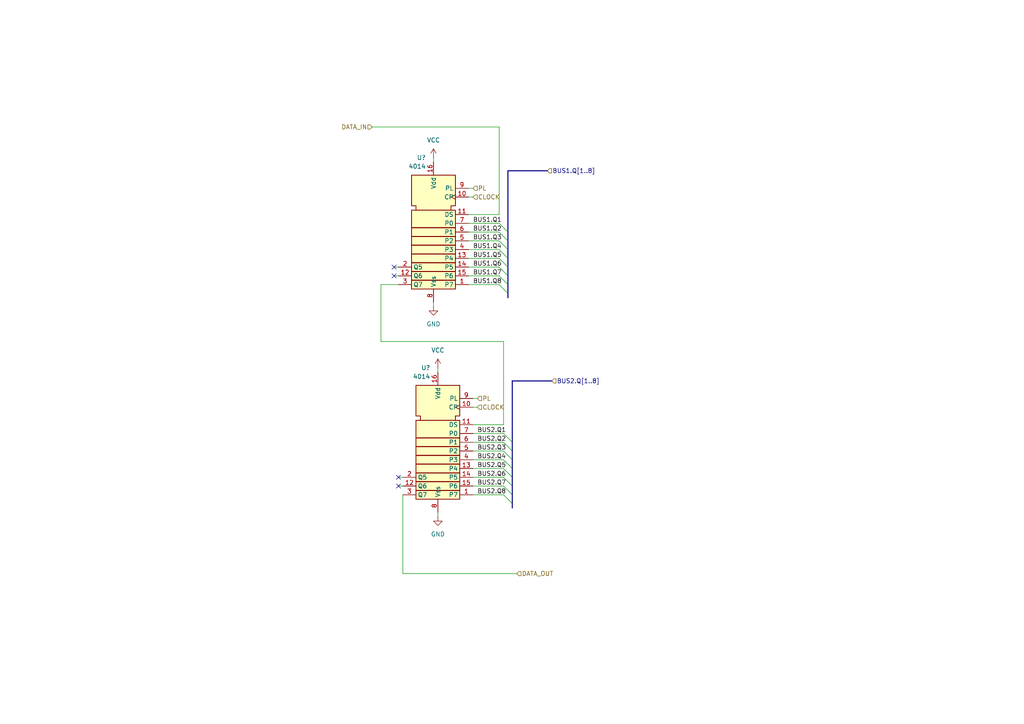
<source format=kicad_sch>
(kicad_sch (version 20230121) (generator eeschema)
  (paper "A4")
  (lib_symbols
    (symbol "4xxx_IEEE:4014"
      (property "Reference" "U" (at 7.62 11.43 0))
      (property "Value" "4014" (at 7.62 -17.78 0))
      (symbol "4014_0_1"
        (rectangle (start -6.35 -13.97) (end 6.35 -16.51) (stroke (width 0.254)) (fill (type background)))
        (rectangle (start -6.35 -11.43) (end 6.35 -13.97) (stroke (width 0.254)) (fill (type background)))
        (rectangle (start -6.35 -8.89) (end 6.35 -11.43) (stroke (width 0.254)) (fill (type background)))
        (rectangle (start -6.35 -6.35) (end 6.35 -8.89) (stroke (width 0.254)) (fill (type background)))
        (rectangle (start -6.35 -3.81) (end 6.35 -6.35) (stroke (width 0.254)) (fill (type background)))
        (rectangle (start -6.35 -1.27) (end 6.35 -3.81) (stroke (width 0.254)) (fill (type background)))
        (rectangle (start -6.35 1.27) (end 6.35 -1.27) (stroke (width 0.254)) (fill (type background)))
        (rectangle (start -6.35 6.35) (end 6.35 1.27) (stroke (width 0.254)) (fill (type background)))
        (polyline (pts (xy -5.08 6.35) (xy -5.08 7.62) (xy -6.35 7.62) (xy -6.35 16.51) (xy 6.35 16.51) (xy 6.35 7.62) (xy 5.08 7.62) (xy 5.08 6.35) (xy 5.08 6.35)) (stroke (width 0.254)) (fill (type background)))
      )
      (symbol "4014_1_1"
        (pin input line (at -10.16 -15.24 0) (length 3.81) (name "P7") (number "1"))
        (pin input clock (at -10.16 10.16 0) (length 3.81) (name "CP") (number "10"))
        (pin input line (at -10.16 5.08 0) (length 3.81) (name "DS") (number "11"))
        (pin output line (at 10.16 -12.7 180) (length 3.81) (name "Q6") (number "12"))
        (pin input line (at -10.16 -7.62 0) (length 3.81) (name "P4") (number "13"))
        (pin input line (at -10.16 -10.16 0) (length 3.81) (name "P5") (number "14"))
        (pin input line (at -10.16 -12.7 0) (length 3.81) (name "P6") (number "15"))
        (pin power_in line (at 0 20.32 270) (length 3.81) (name "Vdd") (number "16"))
        (pin output line (at 10.16 -10.16 180) (length 3.81) (name "Q5") (number "2"))
        (pin output line (at 10.16 -15.24 180) (length 3.81) (name "Q7") (number "3"))
        (pin input line (at -10.16 -5.08 0) (length 3.81) (name "P3") (number "4"))
        (pin input line (at -10.16 -2.54 0) (length 3.81) (name "P2") (number "5"))
        (pin input line (at -10.16 0 0) (length 3.81) (name "P1") (number "6"))
        (pin input line (at -10.16 2.54 0) (length 3.81) (name "P0") (number "7"))
        (pin power_in line (at 0 -20.32 90) (length 3.81) (name "Vss") (number "8"))
        (pin input line (at -10.16 12.7 0) (length 3.81) (name "PL") (number "9"))
      )
    )
    (symbol "power:GND" (power) (pin_names (offset 0))
      (property "Value" "GND" (at 0 -3.81 0))
      (symbol "GND_0_1"
        (polyline (pts (xy 0 0) (xy 0 -1.27) (xy 1.27 -1.27) (xy 0 -2.54) (xy -1.27 -1.27) (xy 0 -1.27)))
      )
      (symbol "GND_1_1"
        (pin power_in line (at 0 0 270) (length 0) hide (name "GND") (number "1"))
      )
    )
    (symbol "power:VCC" (power) (pin_names (offset 0))
      (property "Value" "VCC" (at 0 3.81 0))
      (symbol "VCC_0_1"
        (polyline (pts (xy -0.762 1.27) (xy 0 2.54)))
        (polyline (pts (xy 0 0) (xy 0 2.54)))
        (polyline (pts (xy 0 2.54) (xy 0.762 1.27)))
      )
      (symbol "VCC_1_1"
        (pin power_in line (at 0 0 90) (length 0) hide (name "VCC") (number "1"))
      )
    )
  )
  (no_connect (at 114.3 80.01))
  (no_connect (at 115.57 140.97))
  (no_connect (at 114.3 77.47))
  (no_connect (at 115.57 138.43))
  (bus_entry (at 144.78 64.77) (size 2.54 2.54))
  (bus_entry (at 146.05 140.97) (size 2.54 2.54))
  (bus_entry (at 146.05 138.43) (size 2.54 2.54))
  (bus_entry (at 146.05 125.73) (size 2.54 2.54))
  (bus_entry (at 144.78 77.47) (size 2.54 2.54))
  (bus_entry (at 144.78 82.55) (size 2.54 2.54))
  (bus_entry (at 146.05 130.81) (size 2.54 2.54))
  (bus_entry (at 144.78 67.31) (size 2.54 2.54))
  (bus_entry (at 144.78 69.85) (size 2.54 2.54))
  (bus_entry (at 146.05 135.89) (size 2.54 2.54))
  (bus_entry (at 144.78 74.93) (size 2.54 2.54))
  (bus_entry (at 144.78 80.01) (size 2.54 2.54))
  (bus_entry (at 146.05 143.51) (size 2.54 2.54))
  (bus_entry (at 144.78 72.39) (size 2.54 2.54))
  (bus_entry (at 146.05 133.35) (size 2.54 2.54))
  (bus_entry (at 146.05 128.27) (size 2.54 2.54))
  (wire (pts (xy 116.84 166.37) (xy 149.86 166.37)))
  (wire (pts (xy 107.95 36.83) (xy 144.78 36.83)))
  (wire (pts (xy 135.89 77.47) (xy 144.78 77.47)))
  (bus (pts (xy 148.59 143.51) (xy 148.59 140.97)))
  (bus (pts (xy 147.32 72.39) (xy 147.32 69.85)))
  (wire (pts (xy 135.89 69.85) (xy 144.78 69.85)))
  (bus (pts (xy 147.32 49.53) (xy 158.75 49.53)))
  (wire (pts (xy 110.49 82.55) (xy 110.49 99.06)))
  (wire (pts (xy 135.89 64.77) (xy 144.78 64.77)))
  (bus (pts (xy 148.59 140.97) (xy 148.59 138.43)))
  (wire (pts (xy 115.57 140.97) (xy 116.84 140.97)))
  (bus (pts (xy 148.59 147.32) (xy 148.59 146.05)))
  (wire (pts (xy 135.89 57.15) (xy 137.16 57.15)))
  (bus (pts (xy 147.32 77.47) (xy 147.32 74.93)))
  (wire (pts (xy 127 148.59) (xy 127 149.86)))
  (wire (pts (xy 137.16 118.11) (xy 138.43 118.11)))
  (wire (pts (xy 137.16 115.57) (xy 138.43 115.57)))
  (wire (pts (xy 135.89 74.93) (xy 144.78 74.93)))
  (wire (pts (xy 135.89 80.01) (xy 144.78 80.01)))
  (wire (pts (xy 135.89 54.61) (xy 137.16 54.61)))
  (wire (pts (xy 116.84 143.51) (xy 116.84 166.37)))
  (wire (pts (xy 137.16 143.51) (xy 146.05 143.51)))
  (bus (pts (xy 147.32 85.09) (xy 147.32 82.55)))
  (wire (pts (xy 115.57 82.55) (xy 110.49 82.55)))
  (bus (pts (xy 148.59 146.05) (xy 148.59 143.51)))
  (bus (pts (xy 148.59 133.35) (xy 148.59 130.81)))
  (wire (pts (xy 137.16 135.89) (xy 146.05 135.89)))
  (wire (pts (xy 127 106.68) (xy 127 107.95)))
  (wire (pts (xy 137.16 128.27) (xy 146.05 128.27)))
  (wire (pts (xy 146.05 99.06) (xy 146.05 123.19)))
  (bus (pts (xy 147.32 67.31) (xy 147.32 49.53)))
  (wire (pts (xy 144.78 62.23) (xy 135.89 62.23)))
  (wire (pts (xy 137.16 133.35) (xy 146.05 133.35)))
  (bus (pts (xy 148.59 135.89) (xy 148.59 133.35)))
  (bus (pts (xy 148.59 110.49) (xy 160.02 110.49)))
  (bus (pts (xy 147.32 86.36) (xy 147.32 85.09)))
  (bus (pts (xy 147.32 74.93) (xy 147.32 72.39)))
  (wire (pts (xy 137.16 130.81) (xy 146.05 130.81)))
  (wire (pts (xy 114.3 80.01) (xy 115.57 80.01)))
  (wire (pts (xy 115.57 138.43) (xy 116.84 138.43)))
  (wire (pts (xy 135.89 82.55) (xy 144.78 82.55)))
  (wire (pts (xy 125.73 45.72) (xy 125.73 46.99)))
  (bus (pts (xy 148.59 130.81) (xy 148.59 128.27)))
  (bus (pts (xy 148.59 128.27) (xy 148.59 110.49)))
  (wire (pts (xy 125.73 87.63) (xy 125.73 88.9)))
  (wire (pts (xy 110.49 99.06) (xy 146.05 99.06)))
  (bus (pts (xy 148.59 138.43) (xy 148.59 135.89)))
  (wire (pts (xy 137.16 140.97) (xy 146.05 140.97)))
  (bus (pts (xy 147.32 82.55) (xy 147.32 80.01)))
  (wire (pts (xy 137.16 138.43) (xy 146.05 138.43)))
  (bus (pts (xy 147.32 80.01) (xy 147.32 77.47)))
  (wire (pts (xy 146.05 123.19) (xy 137.16 123.19)))
  (wire (pts (xy 137.16 125.73) (xy 146.05 125.73)))
  (bus (pts (xy 147.32 69.85) (xy 147.32 67.31)))
  (wire (pts (xy 114.3 77.47) (xy 115.57 77.47)))
  (wire (pts (xy 135.89 67.31) (xy 144.78 67.31)))
  (wire (pts (xy 135.89 72.39) (xy 144.78 72.39)))
  (wire (pts (xy 144.78 36.83) (xy 144.78 62.23)))
  (label "BUS1.Q3" (at 137.16 69.85 0))
  (label "BUS1.Q1" (at 137.16 64.77 0))
  (label "BUS1.Q5" (at 137.16 74.93 0))
  (label "BUS2.Q6" (at 138.43 138.43 0))
  (label "BUS2.Q1" (at 138.43 125.73 0))
  (label "BUS1.Q7" (at 137.16 80.01 0))
  (label "BUS1.Q8" (at 137.16 82.55 0))
  (label "BUS2.Q7" (at 138.43 140.97 0))
  (label "BUS1.Q4" (at 137.16 72.39 0))
  (label "BUS2.Q4" (at 138.43 133.35 0))
  (label "BUS2.Q3" (at 138.43 130.81 0))
  (label "BUS2.Q2" (at 138.43 128.27 0))
  (label "BUS2.Q5" (at 138.43 135.89 0))
  (label "BUS1.Q2" (at 137.16 67.31 0))
  (label "BUS1.Q6" (at 137.16 77.47 0))
  (label "BUS2.Q8" (at 138.43 143.51 0))
  (hierarchical_label "CLOCK" (shape input) (at 137.16 57.15 0))
  (hierarchical_label "PL" (shape input) (at 137.16 54.61 0))
  (hierarchical_label "BUS1.Q[1..8]" (shape input) (at 158.75 49.53 0))
  (hierarchical_label "BUS2.Q[1..8]" (shape input) (at 160.02 110.49 0))
  (hierarchical_label "DATA_IN" (shape input) (at 107.95 36.83 180))
  (hierarchical_label "DATA_OUT" (shape input) (at 149.86 166.37 0))
  (hierarchical_label "PL" (shape input) (at 138.43 115.57 0))
  (hierarchical_label "CLOCK" (shape input) (at 138.43 118.11 0))
  (symbol (lib_id "power:VCC") (at 127 106.68 0) (unit 1)
    (property "Reference" "#PWR02002" (effects hide))
    (property "Value" "VCC" (at 127 101.6 0))
  )
  (symbol (lib_id "4xxx_IEEE:4014") (at 127 128.27 0) (mirror y) (unit 1)
    (property "Reference" "U?" (at 124.8059 106.68 0) (effects (justify left)))
    (property "Value" "4014" (at 124.8059 109.22 0) (effects (justify left)))
    (property "Footprint" "Package_SO:SOIC-16_3.9x9.9mm_P1.27mm" (effects hide))
    (property "Datasheet" "https://datasheet.lcsc.com/lcsc/2003172043_Texas-Instruments-CD4014BM96_C496106.pdf" (effects hide))
    (property "JLCPCB Part#" "C496106" (effects hide))
    (instances (project "OS-S88n" (path "" (reference "U?") (unit 1)) (path "" (reference "U2002") (unit 1))))
  )
  (symbol (lib_id "power:GND") (at 127 149.86 0) (unit 1)
    (property "Reference" "#PWR02004" (effects hide))
    (property "Value" "GND" (at 127 154.94 0))
  )
  (symbol (lib_id "power:GND") (at 125.73 88.9 0) (unit 1)
    (property "Reference" "#PWR02003" (effects hide))
    (property "Value" "GND" (at 125.73 93.98 0))
  )
  (symbol (lib_id "4xxx_IEEE:4014") (at 125.73 67.31 0) (mirror y) (unit 1)
    (property "Reference" "U?" (at 123.5359 45.72 0) (effects (justify left)))
    (property "Value" "4014" (at 123.5359 48.26 0) (effects (justify left)))
    (property "Footprint" "Package_SO:SOIC-16_3.9x9.9mm_P1.27mm" (effects hide))
    (property "Datasheet" "https://datasheet.lcsc.com/lcsc/2003172043_Texas-Instruments-CD4014BM96_C496106.pdf" (effects hide))
    (property "JLCPCB Part#" "C496106" (effects hide))
    (instances (project "OS-S88n" (path "" (reference "U?") (unit 1)) (path "" (reference "U2001") (unit 1))))
  )
  (symbol (lib_id "power:VCC") (at 125.73 45.72 0) (unit 1)
    (property "Reference" "#PWR02001" (effects hide))
    (property "Value" "VCC" (at 125.73 40.64 0))
  )
)
</source>
